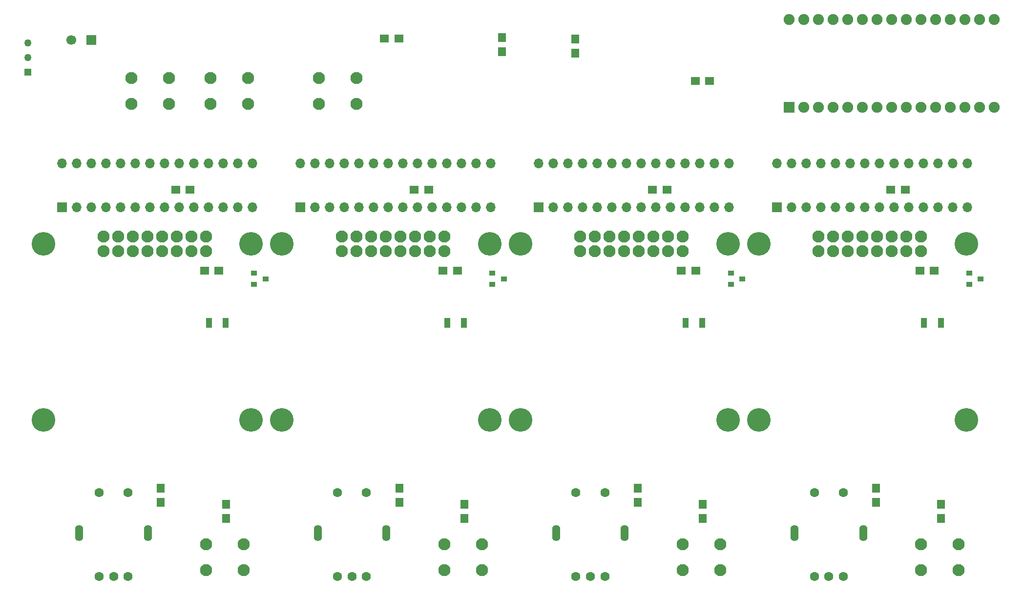
<source format=gbr>
%TF.GenerationSoftware,KiCad,Pcbnew,5.1.6*%
%TF.CreationDate,2020-07-27T09:31:22-05:00*%
%TF.ProjectId,pulsemixer_pcb,70756c73-656d-4697-9865-725f7063622e,rev?*%
%TF.SameCoordinates,Original*%
%TF.FileFunction,Soldermask,Bot*%
%TF.FilePolarity,Negative*%
%FSLAX46Y46*%
G04 Gerber Fmt 4.6, Leading zero omitted, Abs format (unit mm)*
G04 Created by KiCad (PCBNEW 5.1.6) date 2020-07-27 09:31:22*
%MOMM*%
%LPD*%
G01*
G04 APERTURE LIST*
%ADD10C,2.100000*%
%ADD11C,4.100000*%
%ADD12C,1.598600*%
%ADD13O,1.400000X2.800000*%
%ADD14R,1.350000X1.600000*%
%ADD15R,1.600000X1.350000*%
%ADD16R,1.700000X1.700000*%
%ADD17O,1.700000X1.700000*%
%ADD18R,1.900000X1.900000*%
%ADD19C,1.900000*%
%ADD20C,1.260000*%
%ADD21R,1.260000X1.260000*%
%ADD22R,1.000000X0.900000*%
%ADD23C,1.700000*%
%ADD24R,1.000000X1.800000*%
G04 APERTURE END LIST*
D10*
%TO.C,DS201*%
X97356000Y-75602000D03*
X97356000Y-78142000D03*
X94816000Y-75602000D03*
X94816000Y-78142000D03*
X89736000Y-75602000D03*
X89736000Y-78142000D03*
X92276000Y-75602000D03*
X92276000Y-78142000D03*
X87196000Y-75602000D03*
X87196000Y-78142000D03*
X84656000Y-75602000D03*
X84656000Y-78142000D03*
X82116000Y-78142000D03*
X82116000Y-75602000D03*
X79576000Y-78142000D03*
X79576000Y-75602000D03*
D11*
X105196000Y-107372000D03*
X69196000Y-107372000D03*
X105196000Y-76872000D03*
X69196000Y-76872000D03*
%TD*%
D10*
%TO.C,DS401*%
X180028000Y-75602000D03*
X180028000Y-78142000D03*
X177488000Y-75602000D03*
X177488000Y-78142000D03*
X172408000Y-75602000D03*
X172408000Y-78142000D03*
X174948000Y-75602000D03*
X174948000Y-78142000D03*
X169868000Y-75602000D03*
X169868000Y-78142000D03*
X167328000Y-75602000D03*
X167328000Y-78142000D03*
X164788000Y-78142000D03*
X164788000Y-75602000D03*
X162248000Y-78142000D03*
X162248000Y-75602000D03*
D11*
X187868000Y-107372000D03*
X151868000Y-107372000D03*
X187868000Y-76872000D03*
X151868000Y-76872000D03*
%TD*%
D10*
%TO.C,DS501*%
X221364000Y-75602000D03*
X221364000Y-78142000D03*
X218824000Y-75602000D03*
X218824000Y-78142000D03*
X213744000Y-75602000D03*
X213744000Y-78142000D03*
X216284000Y-75602000D03*
X216284000Y-78142000D03*
X211204000Y-75602000D03*
X211204000Y-78142000D03*
X208664000Y-75602000D03*
X208664000Y-78142000D03*
X206124000Y-78142000D03*
X206124000Y-75602000D03*
X203584000Y-78142000D03*
X203584000Y-75602000D03*
D11*
X229204000Y-107372000D03*
X193204000Y-107372000D03*
X229204000Y-76872000D03*
X193204000Y-76872000D03*
%TD*%
D10*
%TO.C,DS301*%
X138692000Y-75602000D03*
X138692000Y-78142000D03*
X136152000Y-75602000D03*
X136152000Y-78142000D03*
X131072000Y-75602000D03*
X131072000Y-78142000D03*
X133612000Y-75602000D03*
X133612000Y-78142000D03*
X128532000Y-75602000D03*
X128532000Y-78142000D03*
X125992000Y-75602000D03*
X125992000Y-78142000D03*
X123452000Y-78142000D03*
X123452000Y-75602000D03*
X120912000Y-78142000D03*
X120912000Y-75602000D03*
D11*
X146532000Y-107372000D03*
X110532000Y-107372000D03*
X146532000Y-76872000D03*
X110532000Y-76872000D03*
%TD*%
D12*
%TO.C,SW201*%
X78833000Y-120031000D03*
X83833000Y-120031000D03*
X78833000Y-134531000D03*
X81333000Y-134531000D03*
X83833000Y-134531000D03*
D13*
X75383000Y-127031000D03*
X87283000Y-127031000D03*
%TD*%
D12*
%TO.C,SW301*%
X120169000Y-120031000D03*
X125169000Y-120031000D03*
X120169000Y-134531000D03*
X122669000Y-134531000D03*
X125169000Y-134531000D03*
D13*
X116719000Y-127031000D03*
X128619000Y-127031000D03*
%TD*%
D12*
%TO.C,SW401*%
X161505000Y-120031000D03*
X166505000Y-120031000D03*
X161505000Y-134531000D03*
X164005000Y-134531000D03*
X166505000Y-134531000D03*
D13*
X158055000Y-127031000D03*
X169955000Y-127031000D03*
%TD*%
D12*
%TO.C,SW501*%
X202841000Y-120031000D03*
X207841000Y-120031000D03*
X202841000Y-134531000D03*
X205341000Y-134531000D03*
X207841000Y-134531000D03*
D13*
X199391000Y-127031000D03*
X211291000Y-127031000D03*
%TD*%
D14*
%TO.C,C201*%
X100806000Y-124522000D03*
X100806000Y-122022000D03*
%TD*%
%TO.C,C202*%
X89538000Y-121712000D03*
X89538000Y-119212000D03*
%TD*%
D15*
%TO.C,C204*%
X97106000Y-81472000D03*
X99606000Y-81472000D03*
%TD*%
%TO.C,C203*%
X92106000Y-67472000D03*
X94606000Y-67472000D03*
%TD*%
D16*
%TO.C,U201*%
X72356000Y-70472000D03*
D17*
X105376000Y-62852000D03*
X74896000Y-70472000D03*
X102836000Y-62852000D03*
X77436000Y-70472000D03*
X100296000Y-62852000D03*
X79976000Y-70472000D03*
X97756000Y-62852000D03*
X82516000Y-70472000D03*
X95216000Y-62852000D03*
X85056000Y-70472000D03*
X92676000Y-62852000D03*
X87596000Y-70472000D03*
X90136000Y-62852000D03*
X90136000Y-70472000D03*
X87596000Y-62852000D03*
X92676000Y-70472000D03*
X85056000Y-62852000D03*
X95216000Y-70472000D03*
X82516000Y-62852000D03*
X97756000Y-70472000D03*
X79976000Y-62852000D03*
X100296000Y-70472000D03*
X77436000Y-62852000D03*
X102836000Y-70472000D03*
X74896000Y-62852000D03*
X105376000Y-70472000D03*
X72356000Y-62852000D03*
%TD*%
D10*
%TO.C,SW202*%
X97356000Y-133472000D03*
X97356000Y-128972000D03*
X103856000Y-133472000D03*
X103856000Y-128972000D03*
%TD*%
D16*
%TO.C,U401*%
X155028000Y-70472000D03*
D17*
X188048000Y-62852000D03*
X157568000Y-70472000D03*
X185508000Y-62852000D03*
X160108000Y-70472000D03*
X182968000Y-62852000D03*
X162648000Y-70472000D03*
X180428000Y-62852000D03*
X165188000Y-70472000D03*
X177888000Y-62852000D03*
X167728000Y-70472000D03*
X175348000Y-62852000D03*
X170268000Y-70472000D03*
X172808000Y-62852000D03*
X172808000Y-70472000D03*
X170268000Y-62852000D03*
X175348000Y-70472000D03*
X167728000Y-62852000D03*
X177888000Y-70472000D03*
X165188000Y-62852000D03*
X180428000Y-70472000D03*
X162648000Y-62852000D03*
X182968000Y-70472000D03*
X160108000Y-62852000D03*
X185508000Y-70472000D03*
X157568000Y-62852000D03*
X188048000Y-70472000D03*
X155028000Y-62852000D03*
%TD*%
D14*
%TO.C,C103*%
X161420000Y-43734000D03*
X161420000Y-41234000D03*
%TD*%
%TO.C,C102*%
X148720000Y-43480000D03*
X148720000Y-40980000D03*
%TD*%
D18*
%TO.C,A101*%
X198504000Y-53152000D03*
D19*
X201044000Y-53152000D03*
X203584000Y-53152000D03*
X206124000Y-53152000D03*
X208664000Y-53152000D03*
X211204000Y-53152000D03*
X213744000Y-53152000D03*
X216284000Y-53152000D03*
X218824000Y-53152000D03*
X221364000Y-53152000D03*
X223904000Y-53152000D03*
X226444000Y-53152000D03*
X228984000Y-53152000D03*
X231524000Y-53152000D03*
X234064000Y-53152000D03*
X234064000Y-37912000D03*
X231524000Y-37912000D03*
X228984000Y-37912000D03*
X226444000Y-37912000D03*
X223904000Y-37912000D03*
X221364000Y-37912000D03*
X218824000Y-37912000D03*
X216284000Y-37912000D03*
X213744000Y-37912000D03*
X211204000Y-37912000D03*
X208664000Y-37912000D03*
X206124000Y-37912000D03*
X203584000Y-37912000D03*
X201044000Y-37912000D03*
X198504000Y-37912000D03*
%TD*%
D14*
%TO.C,C401*%
X183478000Y-124522000D03*
X183478000Y-122022000D03*
%TD*%
%TO.C,C402*%
X172210000Y-121712000D03*
X172210000Y-119212000D03*
%TD*%
D15*
%TO.C,C403*%
X174778000Y-67472000D03*
X177278000Y-67472000D03*
%TD*%
%TO.C,C404*%
X179778000Y-81472000D03*
X182278000Y-81472000D03*
%TD*%
D14*
%TO.C,C501*%
X224814000Y-124522000D03*
X224814000Y-122022000D03*
%TD*%
%TO.C,C502*%
X213546000Y-121712000D03*
X213546000Y-119212000D03*
%TD*%
D15*
%TO.C,C503*%
X216114000Y-67472000D03*
X218614000Y-67472000D03*
%TD*%
%TO.C,C504*%
X221114000Y-81472000D03*
X223614000Y-81472000D03*
%TD*%
D10*
%TO.C,SW103*%
X116970000Y-52572000D03*
X116970000Y-48072000D03*
X123470000Y-52572000D03*
X123470000Y-48072000D03*
%TD*%
%TO.C,SW402*%
X180028000Y-133472000D03*
X180028000Y-128972000D03*
X186528000Y-133472000D03*
X186528000Y-128972000D03*
%TD*%
%TO.C,SW502*%
X221364000Y-133472000D03*
X221364000Y-128972000D03*
X227864000Y-133472000D03*
X227864000Y-128972000D03*
%TD*%
D16*
%TO.C,U501*%
X196364000Y-70472000D03*
D17*
X229384000Y-62852000D03*
X198904000Y-70472000D03*
X226844000Y-62852000D03*
X201444000Y-70472000D03*
X224304000Y-62852000D03*
X203984000Y-70472000D03*
X221764000Y-62852000D03*
X206524000Y-70472000D03*
X219224000Y-62852000D03*
X209064000Y-70472000D03*
X216684000Y-62852000D03*
X211604000Y-70472000D03*
X214144000Y-62852000D03*
X214144000Y-70472000D03*
X211604000Y-62852000D03*
X216684000Y-70472000D03*
X209064000Y-62852000D03*
X219224000Y-70472000D03*
X206524000Y-62852000D03*
X221764000Y-70472000D03*
X203984000Y-62852000D03*
X224304000Y-70472000D03*
X201444000Y-62852000D03*
X226844000Y-70472000D03*
X198904000Y-62852000D03*
X229384000Y-70472000D03*
X196364000Y-62852000D03*
%TD*%
D20*
%TO.C,RV101*%
X66500000Y-41976000D03*
X66500000Y-44516000D03*
D21*
X66500000Y-47056000D03*
%TD*%
D14*
%TO.C,C301*%
X142142000Y-124522000D03*
X142142000Y-122022000D03*
%TD*%
%TO.C,C302*%
X130874000Y-119212000D03*
X130874000Y-121712000D03*
%TD*%
D15*
%TO.C,C303*%
X133442000Y-67472000D03*
X135942000Y-67472000D03*
%TD*%
%TO.C,C304*%
X140942000Y-81472000D03*
X138442000Y-81472000D03*
%TD*%
D10*
%TO.C,SW302*%
X145192000Y-128972000D03*
X145192000Y-133472000D03*
X138692000Y-128972000D03*
X138692000Y-133472000D03*
%TD*%
D17*
%TO.C,U301*%
X113692000Y-62852000D03*
X146712000Y-70472000D03*
X116232000Y-62852000D03*
X144172000Y-70472000D03*
X118772000Y-62852000D03*
X141632000Y-70472000D03*
X121312000Y-62852000D03*
X139092000Y-70472000D03*
X123852000Y-62852000D03*
X136552000Y-70472000D03*
X126392000Y-62852000D03*
X134012000Y-70472000D03*
X128932000Y-62852000D03*
X131472000Y-70472000D03*
X131472000Y-62852000D03*
X128932000Y-70472000D03*
X134012000Y-62852000D03*
X126392000Y-70472000D03*
X136552000Y-62852000D03*
X123852000Y-70472000D03*
X139092000Y-62852000D03*
X121312000Y-70472000D03*
X141632000Y-62852000D03*
X118772000Y-70472000D03*
X144172000Y-62852000D03*
X116232000Y-70472000D03*
X146712000Y-62852000D03*
D16*
X113692000Y-70472000D03*
%TD*%
D15*
%TO.C,C107*%
X128290000Y-41148000D03*
X130790000Y-41148000D03*
%TD*%
D10*
%TO.C,SW101*%
X104674000Y-48072000D03*
X104674000Y-52572000D03*
X98174000Y-48072000D03*
X98174000Y-52572000D03*
%TD*%
%TO.C,SW102*%
X84458000Y-52572000D03*
X84458000Y-48072000D03*
X90958000Y-52572000D03*
X90958000Y-48072000D03*
%TD*%
D22*
%TO.C,Q201*%
X105679949Y-83850184D03*
X105679949Y-81950184D03*
X107679949Y-82900184D03*
%TD*%
%TO.C,Q301*%
X147015949Y-83850184D03*
X147015949Y-81950184D03*
X149015949Y-82900184D03*
%TD*%
%TO.C,Q401*%
X190351949Y-82900184D03*
X188351949Y-81950184D03*
X188351949Y-83850184D03*
%TD*%
%TO.C,Q501*%
X231687949Y-82900184D03*
X229687949Y-81950184D03*
X229687949Y-83850184D03*
%TD*%
D23*
%TO.C,C101*%
X73970000Y-41402000D03*
D16*
X77470000Y-41402000D03*
%TD*%
D24*
%TO.C,R208*%
X100756000Y-90520184D03*
X97856000Y-90520184D03*
%TD*%
%TO.C,R308*%
X139192000Y-90520184D03*
X142092000Y-90520184D03*
%TD*%
%TO.C,R408*%
X183428000Y-90520184D03*
X180528000Y-90520184D03*
%TD*%
%TO.C,R508*%
X221864000Y-90520184D03*
X224764000Y-90520184D03*
%TD*%
D15*
%TO.C,C108*%
X182183000Y-48531000D03*
X184683000Y-48531000D03*
%TD*%
M02*

</source>
